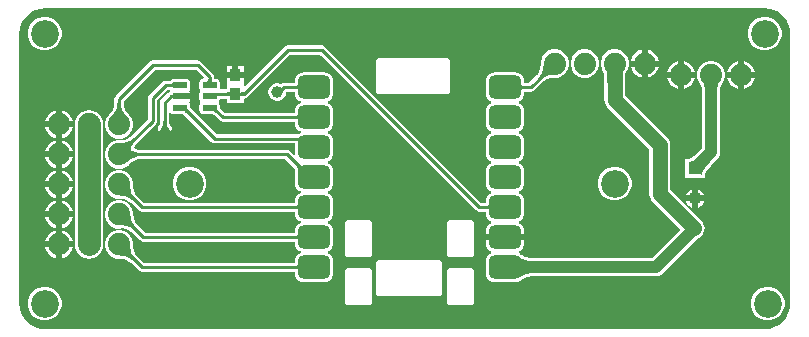
<source format=gbl>
G04*
G04 #@! TF.GenerationSoftware,Altium Limited,Altium Designer,21.6.4 (81)*
G04*
G04 Layer_Physical_Order=2*
G04 Layer_Color=16711680*
%FSLAX25Y25*%
%MOIN*%
G70*
G04*
G04 #@! TF.SameCoordinates,E723B31F-DAC3-422C-9DD4-3D6A13DCE0CD*
G04*
G04*
G04 #@! TF.FilePolarity,Positive*
G04*
G01*
G75*
%ADD15C,0.01000*%
%ADD21C,0.07500*%
%ADD22C,0.09252*%
%ADD23C,0.04370*%
%ADD24R,0.04370X0.04370*%
%ADD25C,0.07400*%
%ADD26C,0.03937*%
G04:AMPARAMS|DCode=27|XSize=47.64mil|YSize=22.84mil|CornerRadius=2.85mil|HoleSize=0mil|Usage=FLASHONLY|Rotation=0.000|XOffset=0mil|YOffset=0mil|HoleType=Round|Shape=RoundedRectangle|*
%AMROUNDEDRECTD27*
21,1,0.04764,0.01713,0,0,0.0*
21,1,0.04193,0.02284,0,0,0.0*
1,1,0.00571,0.02097,-0.00856*
1,1,0.00571,-0.02097,-0.00856*
1,1,0.00571,-0.02097,0.00856*
1,1,0.00571,0.02097,0.00856*
%
%ADD27ROUNDEDRECTD27*%
G04:AMPARAMS|DCode=28|XSize=108.27mil|YSize=78.74mil|CornerRadius=19.68mil|HoleSize=0mil|Usage=FLASHONLY|Rotation=0.000|XOffset=0mil|YOffset=0mil|HoleType=Round|Shape=RoundedRectangle|*
%AMROUNDEDRECTD28*
21,1,0.10827,0.03937,0,0,0.0*
21,1,0.06890,0.07874,0,0,0.0*
1,1,0.03937,0.03445,-0.01968*
1,1,0.03937,-0.03445,-0.01968*
1,1,0.03937,-0.03445,0.01968*
1,1,0.03937,0.03445,0.01968*
%
%ADD28ROUNDEDRECTD28*%
%ADD29R,0.03740X0.03937*%
%ADD30C,0.04000*%
%ADD31C,0.05000*%
G36*
X241656Y98328D02*
X243249Y97845D01*
X244717Y97060D01*
X246004Y96004D01*
X247060Y94717D01*
X247845Y93249D01*
X248328Y91657D01*
X248484Y90068D01*
X248471Y90000D01*
Y0D01*
X248484Y-68D01*
X248328Y-1657D01*
X247845Y-3249D01*
X247060Y-4717D01*
X246004Y-6004D01*
X244717Y-7060D01*
X243249Y-7845D01*
X241656Y-8328D01*
X240068Y-8484D01*
X240000Y-8471D01*
X0D01*
X-68Y-8484D01*
X-1657Y-8328D01*
X-3249Y-7845D01*
X-4717Y-7060D01*
X-6004Y-6004D01*
X-7060Y-4717D01*
X-7845Y-3249D01*
X-8328Y-1657D01*
X-8484Y-68D01*
X-8471Y0D01*
Y90000D01*
X-8484Y90068D01*
X-8328Y91657D01*
X-7845Y93249D01*
X-7060Y94717D01*
X-6004Y96004D01*
X-4717Y97060D01*
X-3249Y97845D01*
X-1657Y98328D01*
X-68Y98484D01*
X0Y98471D01*
X240000D01*
X240068Y98484D01*
X241656Y98328D01*
D02*
G37*
%LPC*%
G36*
X240741Y95626D02*
X239259D01*
X237828Y95243D01*
X236546Y94502D01*
X235498Y93454D01*
X234757Y92172D01*
X234374Y90741D01*
Y89259D01*
X234757Y87828D01*
X235498Y86546D01*
X236546Y85498D01*
X237828Y84757D01*
X239259Y84374D01*
X240741D01*
X242172Y84757D01*
X243454Y85498D01*
X244502Y86546D01*
X245243Y87828D01*
X245626Y89259D01*
Y90741D01*
X245243Y92172D01*
X244502Y93454D01*
X243454Y94502D01*
X242172Y95243D01*
X240741Y95626D01*
D02*
G37*
G36*
X741D02*
X-741D01*
X-2172Y95243D01*
X-3454Y94502D01*
X-4502Y93454D01*
X-5243Y92172D01*
X-5626Y90741D01*
Y89259D01*
X-5243Y87828D01*
X-4502Y86546D01*
X-3454Y85498D01*
X-2172Y84757D01*
X-741Y84374D01*
X741D01*
X2172Y84757D01*
X3454Y85498D01*
X4502Y86546D01*
X5243Y87828D01*
X5626Y89259D01*
Y90741D01*
X5243Y92172D01*
X4502Y93454D01*
X3454Y94502D01*
X2172Y95243D01*
X741Y95626D01*
D02*
G37*
G36*
X201000Y84598D02*
Y81000D01*
X204598D01*
X204380Y81814D01*
X203761Y82886D01*
X202886Y83761D01*
X201814Y84380D01*
X201000Y84598D01*
D02*
G37*
G36*
X199000D02*
X198186Y84380D01*
X197114Y83761D01*
X196239Y82886D01*
X195620Y81814D01*
X195402Y81000D01*
X199000D01*
Y84598D01*
D02*
G37*
G36*
X233094Y80774D02*
Y77176D01*
X236691D01*
X236473Y77990D01*
X235855Y79062D01*
X234980Y79936D01*
X233908Y80555D01*
X233094Y80774D01*
D02*
G37*
G36*
X213094D02*
Y77176D01*
X216691D01*
X216473Y77990D01*
X215855Y79062D01*
X214980Y79936D01*
X213908Y80555D01*
X213094Y80774D01*
D02*
G37*
G36*
X231094D02*
X230279Y80555D01*
X229208Y79936D01*
X228333Y79062D01*
X227714Y77990D01*
X227496Y77176D01*
X231094D01*
Y80774D01*
D02*
G37*
G36*
X211094D02*
X210279Y80555D01*
X209208Y79936D01*
X208333Y79062D01*
X207714Y77990D01*
X207496Y77176D01*
X211094D01*
Y80774D01*
D02*
G37*
G36*
X66370Y79118D02*
X64500D01*
Y77150D01*
X66370D01*
Y79118D01*
D02*
G37*
G36*
X62500D02*
X60630D01*
Y77150D01*
X62500D01*
Y79118D01*
D02*
G37*
G36*
X204598Y79000D02*
X201000D01*
Y75402D01*
X201814Y75620D01*
X202886Y76239D01*
X203761Y77114D01*
X204380Y78186D01*
X204598Y79000D01*
D02*
G37*
G36*
X199000D02*
X195402D01*
X195620Y78186D01*
X196239Y77114D01*
X197114Y76239D01*
X198186Y75620D01*
X199000Y75402D01*
Y79000D01*
D02*
G37*
G36*
X180619Y84700D02*
X179381D01*
X178186Y84380D01*
X177114Y83761D01*
X176239Y82886D01*
X175620Y81814D01*
X175300Y80619D01*
Y79381D01*
X175620Y78186D01*
X176239Y77114D01*
X177114Y76239D01*
X178186Y75620D01*
X179381Y75300D01*
X180619D01*
X181814Y75620D01*
X182886Y76239D01*
X183761Y77114D01*
X184380Y78186D01*
X184700Y79381D01*
Y80619D01*
X184380Y81814D01*
X183761Y82886D01*
X182886Y83761D01*
X181814Y84380D01*
X180619Y84700D01*
D02*
G37*
G36*
X236691Y75176D02*
X233094D01*
Y71578D01*
X233908Y71796D01*
X234980Y72415D01*
X235855Y73290D01*
X236473Y74361D01*
X236691Y75176D01*
D02*
G37*
G36*
X216691D02*
X213094D01*
Y71578D01*
X213908Y71796D01*
X214980Y72415D01*
X215855Y73290D01*
X216473Y74361D01*
X216691Y75176D01*
D02*
G37*
G36*
X231094D02*
X227496D01*
X227714Y74361D01*
X228333Y73290D01*
X229208Y72415D01*
X230279Y71796D01*
X231094Y71578D01*
Y75176D01*
D02*
G37*
G36*
X211094D02*
X207496D01*
X207714Y74361D01*
X208333Y73290D01*
X209208Y72415D01*
X210279Y71796D01*
X211094Y71578D01*
Y75176D01*
D02*
G37*
G36*
X134019Y81954D02*
X111519D01*
X111128Y81876D01*
X110798Y81655D01*
X110577Y81324D01*
X110499Y80934D01*
Y70934D01*
X110577Y70544D01*
X110798Y70213D01*
X111128Y69992D01*
X111519Y69915D01*
X134019D01*
X134409Y69992D01*
X134740Y70213D01*
X134961Y70544D01*
X135038Y70934D01*
Y80934D01*
X134961Y81324D01*
X134740Y81655D01*
X134409Y81876D01*
X134019Y81954D01*
D02*
G37*
G36*
X5757Y64289D02*
Y60691D01*
X9355D01*
X9137Y61505D01*
X8518Y62577D01*
X7643Y63452D01*
X6571Y64070D01*
X5757Y64289D01*
D02*
G37*
G36*
X3757D02*
X2943Y64070D01*
X1871Y63452D01*
X996Y62577D01*
X377Y61505D01*
X159Y60691D01*
X3757D01*
Y64289D01*
D02*
G37*
G36*
X9355Y58691D02*
X5757D01*
Y55093D01*
X6571Y55311D01*
X7643Y55930D01*
X8518Y56805D01*
X9137Y57876D01*
X9355Y58691D01*
D02*
G37*
G36*
X3757D02*
X159D01*
X377Y57876D01*
X996Y56805D01*
X1871Y55930D01*
X2943Y55311D01*
X3757Y55093D01*
Y58691D01*
D02*
G37*
G36*
X5757Y54289D02*
Y50691D01*
X9355D01*
X9137Y51505D01*
X8518Y52577D01*
X7643Y53452D01*
X6571Y54070D01*
X5757Y54289D01*
D02*
G37*
G36*
X3757D02*
X2943Y54070D01*
X1871Y53452D01*
X996Y52577D01*
X377Y51505D01*
X159Y50691D01*
X3757D01*
Y54289D01*
D02*
G37*
G36*
X9355Y48691D02*
X5757D01*
Y45093D01*
X6571Y45311D01*
X7643Y45930D01*
X8518Y46805D01*
X9137Y47877D01*
X9355Y48691D01*
D02*
G37*
G36*
X3757D02*
X159D01*
X377Y47877D01*
X996Y46805D01*
X1871Y45930D01*
X2943Y45311D01*
X3757Y45093D01*
Y48691D01*
D02*
G37*
G36*
X222712Y80876D02*
X221475D01*
X220280Y80555D01*
X219208Y79936D01*
X218333Y79062D01*
X217714Y77990D01*
X217394Y76794D01*
Y75557D01*
X217714Y74361D01*
X218333Y73290D01*
X218680Y72942D01*
X218695Y72912D01*
X218744Y72848D01*
X218770Y72796D01*
X218823Y72637D01*
X218881Y72387D01*
X218932Y72083D01*
X219068Y70024D01*
Y51621D01*
X217886Y50439D01*
X217681Y50240D01*
X216697Y49372D01*
X216270Y49041D01*
X215871Y48763D01*
X215512Y48547D01*
X215197Y48389D01*
X214934Y48288D01*
X214728Y48237D01*
X214490Y48216D01*
X214478Y48213D01*
X213568D01*
Y47239D01*
X213561Y47201D01*
X213568Y47162D01*
Y47143D01*
X213565Y47110D01*
X213568Y47098D01*
Y41842D01*
X218824D01*
X218836Y41839D01*
X218869Y41842D01*
X218888D01*
X218927Y41835D01*
X218965Y41842D01*
X219938D01*
Y42752D01*
X219942Y42764D01*
X219963Y43002D01*
X220014Y43208D01*
X220115Y43471D01*
X220273Y43786D01*
X220490Y44145D01*
X220754Y44525D01*
X221973Y45962D01*
X222165Y46160D01*
X224233Y48228D01*
X224714Y48855D01*
X225016Y49584D01*
X225119Y50368D01*
X225119Y50368D01*
Y70041D01*
X225164Y71177D01*
X225252Y72067D01*
X225306Y72387D01*
X225365Y72637D01*
X225417Y72796D01*
X225443Y72848D01*
X225492Y72912D01*
X225507Y72942D01*
X225855Y73290D01*
X226473Y74361D01*
X226794Y75557D01*
Y76794D01*
X226473Y77990D01*
X225855Y79062D01*
X224979Y79936D01*
X223908Y80555D01*
X222712Y80876D01*
D02*
G37*
G36*
X5757Y44289D02*
Y40691D01*
X9355D01*
X9137Y41505D01*
X8518Y42577D01*
X7643Y43452D01*
X6571Y44070D01*
X5757Y44289D01*
D02*
G37*
G36*
X3757D02*
X2943Y44070D01*
X1871Y43452D01*
X996Y42577D01*
X377Y41505D01*
X159Y40691D01*
X3757D01*
Y44289D01*
D02*
G37*
G36*
X217754Y38057D02*
Y36027D01*
X219783D01*
X219722Y36257D01*
X219302Y36983D01*
X218709Y37576D01*
X217983Y37995D01*
X217754Y38057D01*
D02*
G37*
G36*
X215754D02*
X215524Y37995D01*
X214798Y37576D01*
X214205Y36983D01*
X213786Y36257D01*
X213724Y36027D01*
X215754D01*
Y38057D01*
D02*
G37*
G36*
X9355Y38691D02*
X5757D01*
Y35093D01*
X6571Y35311D01*
X7643Y35930D01*
X8518Y36805D01*
X9137Y37876D01*
X9355Y38691D01*
D02*
G37*
G36*
X3757D02*
X159D01*
X377Y37876D01*
X996Y36805D01*
X1871Y35930D01*
X2943Y35311D01*
X3757Y35093D01*
Y38691D01*
D02*
G37*
G36*
X190741Y45626D02*
X189259D01*
X187828Y45243D01*
X186546Y44502D01*
X185498Y43454D01*
X184757Y42172D01*
X184374Y40741D01*
Y39259D01*
X184757Y37828D01*
X185498Y36546D01*
X186546Y35498D01*
X187828Y34757D01*
X189259Y34374D01*
X190741D01*
X192172Y34757D01*
X193454Y35498D01*
X194502Y36546D01*
X195243Y37828D01*
X195626Y39259D01*
Y40741D01*
X195243Y42172D01*
X194502Y43454D01*
X193454Y44502D01*
X192172Y45243D01*
X190741Y45626D01*
D02*
G37*
G36*
X49008D02*
X47527D01*
X46096Y45243D01*
X44813Y44502D01*
X43766Y43454D01*
X43025Y42172D01*
X42642Y40741D01*
Y39259D01*
X43025Y37828D01*
X43766Y36546D01*
X44813Y35498D01*
X46096Y34757D01*
X47527Y34374D01*
X49008D01*
X50439Y34757D01*
X51722Y35498D01*
X52770Y36546D01*
X53510Y37828D01*
X53894Y39259D01*
Y40741D01*
X53510Y42172D01*
X52770Y43454D01*
X51722Y44502D01*
X50439Y45243D01*
X49008Y45626D01*
D02*
G37*
G36*
X219783Y34027D02*
X217754D01*
Y31998D01*
X217983Y32059D01*
X218709Y32479D01*
X219302Y33072D01*
X219722Y33798D01*
X219783Y34027D01*
D02*
G37*
G36*
X215754D02*
X213724D01*
X213786Y33798D01*
X214205Y33072D01*
X214798Y32479D01*
X215524Y32059D01*
X215754Y31998D01*
Y34027D01*
D02*
G37*
G36*
X5757Y34288D02*
Y30691D01*
X9355D01*
X9137Y31505D01*
X8518Y32577D01*
X7643Y33452D01*
X6571Y34070D01*
X5757Y34288D01*
D02*
G37*
G36*
X3757D02*
X2943Y34070D01*
X1871Y33452D01*
X996Y32577D01*
X377Y31505D01*
X159Y30691D01*
X3757D01*
Y34288D01*
D02*
G37*
G36*
X9355Y28691D02*
X5757D01*
Y25093D01*
X6571Y25311D01*
X7643Y25930D01*
X8518Y26805D01*
X9137Y27876D01*
X9355Y28691D01*
D02*
G37*
G36*
X3757D02*
X159D01*
X377Y27876D01*
X996Y26805D01*
X1871Y25930D01*
X2943Y25311D01*
X3757Y25093D01*
Y28691D01*
D02*
G37*
G36*
X92500Y86029D02*
X81000D01*
X80415Y85913D01*
X79919Y85581D01*
X66832Y72495D01*
X66370Y72686D01*
X66370Y72819D01*
Y73181D01*
X66370Y73319D01*
Y75150D01*
X60630D01*
Y73319D01*
X60630Y73181D01*
Y72819D01*
X60630Y72681D01*
Y71380D01*
X58732D01*
X58321Y71880D01*
X58333Y71938D01*
Y73651D01*
X58233Y74152D01*
X57949Y74578D01*
X57524Y74862D01*
X57022Y74962D01*
X56455D01*
Y75574D01*
X56339Y76160D01*
X56007Y76656D01*
X52081Y80581D01*
X51585Y80913D01*
X51000Y81029D01*
X36000D01*
X35415Y80913D01*
X34919Y80581D01*
X23676Y69339D01*
X23344Y68842D01*
X23228Y68257D01*
Y66829D01*
X23219Y66610D01*
X23167Y66177D01*
X23079Y65758D01*
X22958Y65350D01*
X22801Y64951D01*
X22609Y64560D01*
X22379Y64177D01*
X22110Y63799D01*
X21802Y63427D01*
X21430Y63037D01*
X21383Y62963D01*
X20996Y62577D01*
X20377Y61505D01*
X20057Y60309D01*
Y59072D01*
X20377Y57876D01*
X20996Y56805D01*
X21871Y55930D01*
X22943Y55311D01*
X24138Y54991D01*
X25376D01*
X26571Y55311D01*
X27643Y55930D01*
X28518Y56805D01*
X29137Y57876D01*
X29457Y59072D01*
Y60309D01*
X29137Y61505D01*
X28518Y62577D01*
X28132Y62963D01*
X28085Y63037D01*
X27712Y63427D01*
X27404Y63799D01*
X27135Y64177D01*
X26906Y64560D01*
X26713Y64951D01*
X26556Y65350D01*
X26435Y65758D01*
X26348Y66177D01*
X26295Y66610D01*
X26287Y66829D01*
Y67624D01*
X36634Y77971D01*
X50366D01*
X52923Y75414D01*
X52695Y74935D01*
X52328Y74862D01*
X51903Y74578D01*
X51618Y74152D01*
X51519Y73651D01*
Y71938D01*
X51618Y71437D01*
X51705Y71307D01*
X51866Y70925D01*
X51705Y70542D01*
X51618Y70412D01*
X51519Y69911D01*
Y68198D01*
X51618Y67697D01*
X51705Y67567D01*
X51866Y67184D01*
X51705Y66802D01*
X51618Y66672D01*
X51519Y66171D01*
Y64458D01*
X51618Y63956D01*
X51903Y63531D01*
X52328Y63247D01*
X52829Y63147D01*
X56137D01*
X56357Y62960D01*
X58304Y61014D01*
X58800Y60682D01*
X59385Y60566D01*
X83367D01*
Y60127D01*
X83469Y59352D01*
X83768Y58630D01*
X84244Y58009D01*
X84864Y57534D01*
X85269Y57366D01*
Y56824D01*
X84864Y56656D01*
X84684Y56519D01*
X84629Y56529D01*
X57232D01*
X48676Y65085D01*
X48528Y65245D01*
X48451Y65340D01*
Y66171D01*
X48351Y66672D01*
X48264Y66802D01*
X48104Y67184D01*
X48264Y67567D01*
X48351Y67697D01*
X48422Y68054D01*
X45044D01*
Y70054D01*
X48422D01*
X48351Y70412D01*
X48264Y70542D01*
X48104Y70925D01*
X48264Y71307D01*
X48351Y71437D01*
X48451Y71938D01*
Y73651D01*
X48351Y74152D01*
X48067Y74578D01*
X47642Y74862D01*
X47140Y74962D01*
X42947D01*
X42446Y74862D01*
X42021Y74578D01*
X41851Y74324D01*
X40295D01*
X39709Y74208D01*
X39213Y73876D01*
X34919Y69581D01*
X34587Y69085D01*
X34471Y68500D01*
Y61567D01*
X28723Y55819D01*
X28562Y55671D01*
X28219Y55402D01*
X27861Y55167D01*
X27486Y54964D01*
X27094Y54793D01*
X26681Y54653D01*
X26248Y54545D01*
X25791Y54467D01*
X25310Y54422D01*
X24770Y54410D01*
X24685Y54391D01*
X24138D01*
X22943Y54070D01*
X21871Y53452D01*
X20996Y52577D01*
X20377Y51505D01*
X20057Y50309D01*
Y49072D01*
X20377Y47877D01*
X20996Y46805D01*
X21871Y45930D01*
X22943Y45311D01*
X24138Y44991D01*
X25376D01*
X26571Y45311D01*
X27643Y45930D01*
X28029Y46316D01*
X28104Y46363D01*
X28494Y46736D01*
X28866Y47044D01*
X29243Y47312D01*
X29627Y47542D01*
X30017Y47735D01*
X30416Y47892D01*
X30824Y48013D01*
X31244Y48100D01*
X31676Y48153D01*
X31895Y48161D01*
X80100D01*
X83410Y44852D01*
X83456Y44798D01*
X83462Y44790D01*
X83367Y44064D01*
Y40127D01*
X83469Y39352D01*
X83768Y38629D01*
X84244Y38009D01*
X84864Y37534D01*
X85269Y37366D01*
Y36825D01*
X84864Y36656D01*
X84244Y36181D01*
X83768Y35561D01*
X83469Y34839D01*
X83367Y34064D01*
Y33625D01*
X32986D01*
X30886Y35725D01*
X30737Y35886D01*
X30468Y36229D01*
X30233Y36587D01*
X30031Y36961D01*
X29860Y37354D01*
X29720Y37766D01*
X29611Y38200D01*
X29534Y38657D01*
X29489Y39138D01*
X29476Y39677D01*
X29457Y39763D01*
Y40309D01*
X29137Y41505D01*
X28518Y42577D01*
X27643Y43452D01*
X26571Y44070D01*
X25376Y44391D01*
X24138D01*
X22943Y44070D01*
X21871Y43452D01*
X20996Y42577D01*
X20377Y41505D01*
X20057Y40309D01*
Y39072D01*
X20377Y37876D01*
X20996Y36805D01*
X21871Y35930D01*
X22943Y35311D01*
X24138Y34991D01*
X24685D01*
X24770Y34972D01*
X25310Y34959D01*
X25791Y34914D01*
X26248Y34837D01*
X26681Y34728D01*
X27094Y34588D01*
X27486Y34417D01*
X27861Y34214D01*
X28219Y33979D01*
X28562Y33711D01*
X28723Y33562D01*
X31271Y31014D01*
X31767Y30682D01*
X32353Y30566D01*
X83367D01*
Y30127D01*
X83469Y29352D01*
X83768Y28629D01*
X84244Y28009D01*
X84864Y27534D01*
X85269Y27366D01*
Y26825D01*
X84864Y26656D01*
X84244Y26181D01*
X83768Y25561D01*
X83469Y24838D01*
X83367Y24064D01*
Y23624D01*
X33538D01*
X31104Y26058D01*
X30971Y26202D01*
X30704Y26540D01*
X30462Y26900D01*
X30244Y27284D01*
X30050Y27692D01*
X29881Y28127D01*
X29736Y28589D01*
X29616Y29078D01*
X29523Y29596D01*
X29457Y30128D01*
Y30309D01*
X29137Y31505D01*
X28518Y32577D01*
X27643Y33452D01*
X26571Y34070D01*
X25376Y34391D01*
X24138D01*
X22943Y34070D01*
X21871Y33452D01*
X20996Y32577D01*
X20377Y31505D01*
X20057Y30309D01*
Y29072D01*
X20377Y27876D01*
X20996Y26805D01*
X21871Y25930D01*
X22943Y25311D01*
X24138Y24991D01*
X25376D01*
X25464Y25014D01*
X25765Y25037D01*
X26207Y25034D01*
X26629Y24993D01*
X27031Y24916D01*
X27418Y24803D01*
X27791Y24654D01*
X28154Y24466D01*
X28507Y24240D01*
X28852Y23971D01*
X29026Y23811D01*
X31824Y21014D01*
X32320Y20682D01*
X32905Y20566D01*
X83367D01*
Y20127D01*
X83469Y19352D01*
X83768Y18630D01*
X84244Y18009D01*
X84864Y17534D01*
X85269Y17366D01*
Y16825D01*
X84864Y16657D01*
X84244Y16181D01*
X83768Y15561D01*
X83469Y14839D01*
X83367Y14064D01*
Y13624D01*
X32986D01*
X30886Y15725D01*
X30737Y15886D01*
X30468Y16229D01*
X30233Y16587D01*
X30031Y16961D01*
X29860Y17354D01*
X29720Y17766D01*
X29611Y18200D01*
X29534Y18657D01*
X29489Y19138D01*
X29476Y19677D01*
X29457Y19763D01*
Y20310D01*
X29137Y21505D01*
X28518Y22577D01*
X27643Y23452D01*
X26571Y24070D01*
X25376Y24391D01*
X24138D01*
X22943Y24070D01*
X21871Y23452D01*
X20996Y22577D01*
X20377Y21505D01*
X20057Y20310D01*
Y19072D01*
X20377Y17877D01*
X20996Y16805D01*
X21871Y15930D01*
X22943Y15311D01*
X24138Y14991D01*
X24685D01*
X24770Y14972D01*
X25310Y14959D01*
X25791Y14914D01*
X26248Y14837D01*
X26681Y14728D01*
X27094Y14588D01*
X27486Y14417D01*
X27861Y14214D01*
X28219Y13979D01*
X28562Y13711D01*
X28723Y13562D01*
X31271Y11014D01*
X31767Y10682D01*
X32353Y10566D01*
X83367D01*
Y10127D01*
X83469Y9352D01*
X83768Y8630D01*
X84244Y8009D01*
X84864Y7534D01*
X85586Y7235D01*
X86361Y7132D01*
X93251D01*
X94026Y7235D01*
X94748Y7534D01*
X95368Y8009D01*
X95844Y8630D01*
X96143Y9352D01*
X96245Y10127D01*
Y14064D01*
X96143Y14839D01*
X95844Y15561D01*
X95368Y16181D01*
X94748Y16657D01*
X94342Y16825D01*
Y17366D01*
X94748Y17534D01*
X95368Y18009D01*
X95844Y18630D01*
X96143Y19352D01*
X96245Y20127D01*
Y24064D01*
X96143Y24838D01*
X95844Y25561D01*
X95368Y26181D01*
X94748Y26656D01*
X94342Y26825D01*
Y27366D01*
X94748Y27534D01*
X95368Y28009D01*
X95844Y28629D01*
X96143Y29352D01*
X96245Y30127D01*
Y34064D01*
X96143Y34839D01*
X95844Y35561D01*
X95368Y36181D01*
X94748Y36656D01*
X94342Y36825D01*
Y37366D01*
X94748Y37534D01*
X95368Y38009D01*
X95844Y38629D01*
X96143Y39352D01*
X96245Y40127D01*
Y44064D01*
X96143Y44839D01*
X95844Y45561D01*
X95368Y46181D01*
X94748Y46657D01*
X94342Y46824D01*
Y47366D01*
X94748Y47534D01*
X95368Y48009D01*
X95844Y48630D01*
X96143Y49352D01*
X96245Y50127D01*
Y54064D01*
X96143Y54839D01*
X95844Y55561D01*
X95368Y56181D01*
X94748Y56656D01*
X94342Y56824D01*
Y57366D01*
X94748Y57534D01*
X95368Y58009D01*
X95844Y58630D01*
X96143Y59352D01*
X96245Y60127D01*
Y64064D01*
X96143Y64838D01*
X95844Y65561D01*
X95368Y66181D01*
X94748Y66657D01*
X94342Y66825D01*
Y67366D01*
X94748Y67534D01*
X95368Y68009D01*
X95844Y68629D01*
X96143Y69352D01*
X96245Y70127D01*
Y74064D01*
X96143Y74839D01*
X95844Y75561D01*
X95368Y76181D01*
X94748Y76657D01*
X94026Y76956D01*
X93251Y77058D01*
X86361D01*
X85586Y76956D01*
X84864Y76657D01*
X84244Y76181D01*
X83768Y75561D01*
X83469Y74839D01*
X83367Y74064D01*
Y73624D01*
X79890D01*
X79304Y73508D01*
X78808Y73176D01*
X78806Y73174D01*
X78646Y73266D01*
X77891Y73469D01*
X77109D01*
X76354Y73266D01*
X75677Y72875D01*
X75125Y72323D01*
X74734Y71646D01*
X74532Y70891D01*
Y70109D01*
X74734Y69354D01*
X75125Y68677D01*
X75677Y68125D01*
X76354Y67734D01*
X77109Y67532D01*
X77891D01*
X78646Y67734D01*
X79323Y68125D01*
X79875Y68677D01*
X80266Y69354D01*
X80468Y70109D01*
Y70475D01*
X80549Y70566D01*
X83367D01*
Y70127D01*
X83469Y69352D01*
X83768Y68629D01*
X84244Y68009D01*
X84864Y67534D01*
X85269Y67366D01*
Y66825D01*
X84864Y66657D01*
X84244Y66181D01*
X83768Y65561D01*
X83469Y64838D01*
X83367Y64064D01*
Y63625D01*
X60018D01*
X58558Y65085D01*
X58410Y65245D01*
X58333Y65340D01*
Y66171D01*
X58233Y66672D01*
X58146Y66802D01*
X57986Y67184D01*
X58146Y67567D01*
X58233Y67697D01*
X58333Y68198D01*
Y68321D01*
X60630D01*
Y66882D01*
X66370D01*
Y68325D01*
X66936Y68437D01*
X67432Y68769D01*
X81634Y82971D01*
X91866D01*
X143824Y31014D01*
X144320Y30682D01*
X144905Y30566D01*
X147009D01*
Y30127D01*
X147111Y29352D01*
X147410Y28629D01*
X147886Y28009D01*
X148506Y27534D01*
X148911Y27366D01*
Y26825D01*
X148506Y26656D01*
X147886Y26181D01*
X147410Y25561D01*
X147111Y24838D01*
X147009Y24064D01*
Y23095D01*
X159887D01*
Y24064D01*
X159785Y24838D01*
X159486Y25561D01*
X159010Y26181D01*
X158390Y26656D01*
X157984Y26825D01*
Y27366D01*
X158390Y27534D01*
X159010Y28009D01*
X159486Y28629D01*
X159785Y29352D01*
X159887Y30127D01*
Y34064D01*
X159785Y34839D01*
X159486Y35561D01*
X159010Y36181D01*
X158390Y36656D01*
X157984Y36825D01*
Y37366D01*
X158390Y37534D01*
X159010Y38009D01*
X159486Y38629D01*
X159785Y39352D01*
X159887Y40127D01*
Y44064D01*
X159785Y44839D01*
X159486Y45561D01*
X159010Y46181D01*
X158390Y46657D01*
X157984Y46824D01*
Y47366D01*
X158390Y47534D01*
X159010Y48009D01*
X159486Y48630D01*
X159785Y49352D01*
X159887Y50127D01*
Y54064D01*
X159785Y54839D01*
X159486Y55561D01*
X159010Y56181D01*
X158390Y56656D01*
X157984Y56824D01*
Y57366D01*
X158390Y57534D01*
X159010Y58009D01*
X159486Y58630D01*
X159785Y59352D01*
X159887Y60127D01*
Y64064D01*
X159785Y64838D01*
X159486Y65561D01*
X159010Y66181D01*
X158390Y66657D01*
X157984Y66825D01*
Y67366D01*
X158390Y67534D01*
X159010Y68009D01*
X159486Y68629D01*
X159785Y69352D01*
X159887Y70127D01*
Y70566D01*
X162095D01*
X162680Y70682D01*
X163177Y71014D01*
X166034Y73871D01*
X166195Y74020D01*
X166538Y74289D01*
X166896Y74524D01*
X167271Y74726D01*
X167663Y74897D01*
X168076Y75037D01*
X168510Y75146D01*
X168966Y75223D01*
X169447Y75268D01*
X169987Y75281D01*
X170072Y75300D01*
X170619D01*
X171814Y75620D01*
X172886Y76239D01*
X173761Y77114D01*
X174380Y78186D01*
X174700Y79381D01*
Y80619D01*
X174380Y81814D01*
X173761Y82886D01*
X172886Y83761D01*
X171814Y84380D01*
X170619Y84700D01*
X169381D01*
X168186Y84380D01*
X167114Y83761D01*
X166239Y82886D01*
X165620Y81814D01*
X165300Y80619D01*
Y80072D01*
X165281Y79987D01*
X165268Y79447D01*
X165223Y78966D01*
X165146Y78510D01*
X165037Y78076D01*
X164898Y77663D01*
X164726Y77271D01*
X164524Y76896D01*
X164289Y76538D01*
X164020Y76195D01*
X163871Y76034D01*
X161462Y73624D01*
X159887D01*
Y74064D01*
X159785Y74839D01*
X159486Y75561D01*
X159010Y76181D01*
X158390Y76657D01*
X157668Y76956D01*
X156893Y77058D01*
X150003D01*
X149228Y76956D01*
X148506Y76657D01*
X147886Y76181D01*
X147410Y75561D01*
X147111Y74839D01*
X147009Y74064D01*
Y70127D01*
X147111Y69352D01*
X147410Y68629D01*
X147886Y68009D01*
X148506Y67534D01*
X148911Y67366D01*
Y66825D01*
X148506Y66657D01*
X147886Y66181D01*
X147410Y65561D01*
X147111Y64838D01*
X147009Y64064D01*
Y60127D01*
X147111Y59352D01*
X147410Y58630D01*
X147886Y58009D01*
X148506Y57534D01*
X148911Y57366D01*
Y56824D01*
X148506Y56656D01*
X147886Y56181D01*
X147410Y55561D01*
X147111Y54839D01*
X147009Y54064D01*
Y50127D01*
X147111Y49352D01*
X147410Y48630D01*
X147886Y48009D01*
X148506Y47534D01*
X148911Y47366D01*
Y46824D01*
X148506Y46657D01*
X147886Y46181D01*
X147410Y45561D01*
X147111Y44839D01*
X147009Y44064D01*
Y40127D01*
X147111Y39352D01*
X147410Y38629D01*
X147886Y38009D01*
X148506Y37534D01*
X148911Y37366D01*
Y36825D01*
X148506Y36656D01*
X147886Y36181D01*
X147410Y35561D01*
X147111Y34839D01*
X147009Y34064D01*
Y33625D01*
X145538D01*
X93581Y85581D01*
X93085Y85913D01*
X92500Y86029D01*
D02*
G37*
G36*
X5757Y24288D02*
Y20691D01*
X9355D01*
X9137Y21505D01*
X8518Y22577D01*
X7643Y23452D01*
X6571Y24070D01*
X5757Y24288D01*
D02*
G37*
G36*
X3757D02*
X2943Y24070D01*
X1871Y23452D01*
X996Y22577D01*
X377Y21505D01*
X159Y20691D01*
X3757D01*
Y24288D01*
D02*
G37*
G36*
X142019Y27954D02*
X135019D01*
X134628Y27876D01*
X134298Y27655D01*
X134077Y27324D01*
X133999Y26934D01*
Y16434D01*
X134077Y16044D01*
X134298Y15713D01*
X134628Y15492D01*
X135019Y15415D01*
X142019D01*
X142409Y15492D01*
X142740Y15713D01*
X142961Y16044D01*
X143038Y16434D01*
Y26934D01*
X142961Y27324D01*
X142740Y27655D01*
X142409Y27876D01*
X142019Y27954D01*
D02*
G37*
G36*
X108019D02*
X101019D01*
X100628Y27876D01*
X100298Y27655D01*
X100077Y27324D01*
X99999Y26934D01*
Y16434D01*
X100077Y16044D01*
X100298Y15713D01*
X100628Y15492D01*
X101019Y15415D01*
X108019D01*
X108409Y15492D01*
X108740Y15713D01*
X108961Y16044D01*
X109038Y16434D01*
Y26934D01*
X108961Y27324D01*
X108740Y27655D01*
X108409Y27876D01*
X108019Y27954D01*
D02*
G37*
G36*
X190619Y84700D02*
X189381D01*
X188186Y84380D01*
X187114Y83761D01*
X186239Y82886D01*
X185620Y81814D01*
X185300Y80619D01*
Y79381D01*
X185620Y78186D01*
X186239Y77114D01*
X186400Y76954D01*
X186470Y74007D01*
Y68000D01*
X186590Y67086D01*
X186943Y66235D01*
X187504Y65504D01*
X201470Y51538D01*
Y36500D01*
X201590Y35586D01*
X201943Y34735D01*
X202504Y34004D01*
X211977Y24530D01*
X202568Y15121D01*
X162670D01*
X162372Y15130D01*
X161895Y15174D01*
X161432Y15248D01*
X160982Y15350D01*
X160544Y15481D01*
X160116Y15642D01*
X159699Y15831D01*
X159291Y16051D01*
X158891Y16301D01*
X158475Y16600D01*
X158446Y16613D01*
X158390Y16657D01*
X158302Y16693D01*
X158270Y16714D01*
X158231Y16722D01*
X157984Y16825D01*
Y17366D01*
X158390Y17534D01*
X159010Y18009D01*
X159486Y18630D01*
X159785Y19352D01*
X159887Y20127D01*
Y21095D01*
X147009D01*
Y20127D01*
X147111Y19352D01*
X147410Y18630D01*
X147886Y18009D01*
X148506Y17534D01*
X148911Y17366D01*
Y16825D01*
X148506Y16657D01*
X147886Y16181D01*
X147410Y15561D01*
X147111Y14839D01*
X147009Y14064D01*
Y10127D01*
X147111Y9352D01*
X147410Y8630D01*
X147886Y8009D01*
X148506Y7534D01*
X149228Y7235D01*
X150003Y7132D01*
X156893D01*
X157668Y7235D01*
X158231Y7468D01*
X158270Y7476D01*
X158302Y7497D01*
X158390Y7534D01*
X158446Y7577D01*
X158475Y7590D01*
X158891Y7889D01*
X159291Y8139D01*
X159699Y8359D01*
X160116Y8549D01*
X160544Y8709D01*
X160982Y8840D01*
X161432Y8942D01*
X161895Y9016D01*
X162372Y9060D01*
X162670Y9069D01*
X203821D01*
X204604Y9172D01*
X205334Y9475D01*
X205961Y9955D01*
X217790Y21785D01*
X218238Y21970D01*
X218969Y22531D01*
X219530Y23262D01*
X219882Y24114D01*
X220003Y25027D01*
X219882Y25941D01*
X219530Y26792D01*
X218969Y27524D01*
X208530Y37962D01*
Y53000D01*
X208410Y53914D01*
X208057Y54765D01*
X207496Y55496D01*
X193530Y69462D01*
Y74386D01*
X193563Y76916D01*
X193761Y77114D01*
X194380Y78186D01*
X194700Y79381D01*
Y80619D01*
X194380Y81814D01*
X193761Y82886D01*
X192886Y83761D01*
X191814Y84380D01*
X190619Y84700D01*
D02*
G37*
G36*
X9355Y18691D02*
X5757D01*
Y15093D01*
X6571Y15311D01*
X7643Y15930D01*
X8518Y16805D01*
X9137Y17877D01*
X9355Y18691D01*
D02*
G37*
G36*
X3757D02*
X159D01*
X377Y17877D01*
X996Y16805D01*
X1871Y15930D01*
X2943Y15311D01*
X3757Y15093D01*
Y18691D01*
D02*
G37*
G36*
X14757Y64482D02*
X13517Y64318D01*
X12362Y63840D01*
X11369Y63078D01*
X10608Y62086D01*
X10129Y60931D01*
X9966Y59691D01*
Y49691D01*
Y39691D01*
Y29691D01*
Y19691D01*
X10129Y18451D01*
X10608Y17295D01*
X11369Y16303D01*
X12362Y15542D01*
X13517Y15063D01*
X14757Y14900D01*
X15997Y15063D01*
X17153Y15542D01*
X18145Y16303D01*
X18906Y17295D01*
X19385Y18451D01*
X19548Y19691D01*
Y29691D01*
Y39691D01*
Y49691D01*
Y59691D01*
X19385Y60931D01*
X18906Y62086D01*
X18145Y63078D01*
X17153Y63840D01*
X15997Y64318D01*
X14757Y64482D01*
D02*
G37*
G36*
X131519Y14454D02*
X111519D01*
X111128Y14376D01*
X110798Y14155D01*
X110577Y13824D01*
X110499Y13434D01*
Y3434D01*
X110577Y3044D01*
X110798Y2713D01*
X111128Y2492D01*
X111519Y2414D01*
X131519D01*
X131909Y2492D01*
X132240Y2713D01*
X132461Y3044D01*
X132538Y3434D01*
Y13434D01*
X132461Y13824D01*
X132240Y14155D01*
X131909Y14376D01*
X131519Y14454D01*
D02*
G37*
G36*
X142019Y11954D02*
X135019D01*
X134628Y11876D01*
X134298Y11655D01*
X134077Y11324D01*
X133999Y10934D01*
Y434D01*
X134077Y44D01*
X134298Y-287D01*
X134628Y-508D01*
X135019Y-586D01*
X142019D01*
X142409Y-508D01*
X142740Y-287D01*
X142961Y44D01*
X143038Y434D01*
Y10934D01*
X142961Y11324D01*
X142740Y11655D01*
X142409Y11876D01*
X142019Y11954D01*
D02*
G37*
G36*
X108019D02*
X101019D01*
X100628Y11876D01*
X100298Y11655D01*
X100077Y11324D01*
X99999Y10934D01*
Y434D01*
X100077Y44D01*
X100298Y-287D01*
X100628Y-508D01*
X101019Y-586D01*
X108019D01*
X108409Y-508D01*
X108740Y-287D01*
X108961Y44D01*
X109038Y434D01*
Y10934D01*
X108961Y11324D01*
X108740Y11655D01*
X108409Y11876D01*
X108019Y11954D01*
D02*
G37*
G36*
X241741Y5626D02*
X240259D01*
X238828Y5243D01*
X237546Y4502D01*
X236498Y3454D01*
X235757Y2172D01*
X235374Y741D01*
Y-741D01*
X235757Y-2172D01*
X236498Y-3454D01*
X237546Y-4502D01*
X238828Y-5243D01*
X240259Y-5626D01*
X241741D01*
X243172Y-5243D01*
X244454Y-4502D01*
X245502Y-3454D01*
X246243Y-2172D01*
X246626Y-741D01*
Y741D01*
X246243Y2172D01*
X245502Y3454D01*
X244454Y4502D01*
X243172Y5243D01*
X241741Y5626D01*
D02*
G37*
G36*
X741D02*
X-741D01*
X-2172Y5243D01*
X-3454Y4502D01*
X-4502Y3454D01*
X-5243Y2172D01*
X-5626Y741D01*
Y-741D01*
X-5243Y-2172D01*
X-4502Y-3454D01*
X-3454Y-4502D01*
X-2172Y-5243D01*
X-741Y-5626D01*
X741D01*
X2172Y-5243D01*
X3454Y-4502D01*
X4502Y-3454D01*
X5243Y-2172D01*
X5626Y-741D01*
Y741D01*
X5243Y2172D01*
X4502Y3454D01*
X3454Y4502D01*
X2172Y5243D01*
X741Y5626D01*
D02*
G37*
%LPD*%
G36*
X224571Y73387D02*
X224471Y73181D01*
X224383Y72915D01*
X224306Y72588D01*
X224241Y72202D01*
X224147Y71247D01*
X224099Y70051D01*
X224094Y69363D01*
X220094D01*
X220088Y70051D01*
X219946Y72202D01*
X219881Y72588D01*
X219805Y72915D01*
X219716Y73181D01*
X219616Y73387D01*
X219504Y73533D01*
X224684D01*
X224571Y73387D01*
D02*
G37*
G36*
X221755Y47201D02*
X221217Y46648D01*
X219945Y45147D01*
X219634Y44700D01*
X219379Y44278D01*
X219181Y43883D01*
X219040Y43514D01*
X218955Y43171D01*
X218927Y42854D01*
X214580Y47201D01*
X214897Y47229D01*
X215240Y47314D01*
X215609Y47455D01*
X216004Y47653D01*
X216426Y47908D01*
X216874Y48219D01*
X217347Y48586D01*
X218374Y49492D01*
X218927Y50029D01*
X221755Y47201D01*
D02*
G37*
G36*
X169963Y76300D02*
X169388Y76287D01*
X168834Y76235D01*
X168300Y76145D01*
X167787Y76016D01*
X167295Y75849D01*
X166824Y75644D01*
X166373Y75400D01*
X165943Y75118D01*
X165534Y74797D01*
X165145Y74438D01*
X164438Y75145D01*
X164797Y75534D01*
X165118Y75943D01*
X165400Y76373D01*
X165644Y76824D01*
X165849Y77295D01*
X166016Y77787D01*
X166145Y78300D01*
X166235Y78834D01*
X166287Y79388D01*
X166300Y79963D01*
X169963Y76300D01*
D02*
G37*
G36*
X55431Y74737D02*
X55446Y74565D01*
X55471Y74414D01*
X55506Y74282D01*
X55551Y74171D01*
X55606Y74080D01*
X55671Y74009D01*
X55746Y73958D01*
X55831Y73928D01*
X55926Y73918D01*
X53926D01*
X54021Y73928D01*
X54106Y73958D01*
X54181Y74009D01*
X54246Y74080D01*
X54301Y74171D01*
X54346Y74282D01*
X54381Y74414D01*
X54406Y74565D01*
X54421Y74737D01*
X54426Y74930D01*
X55426D01*
X55431Y74737D01*
D02*
G37*
G36*
X80243Y71741D02*
X80088Y71585D01*
X79470Y70884D01*
X79449Y70840D01*
X79444Y70811D01*
X78824Y71957D01*
X78852Y71943D01*
X78889Y71943D01*
X78936Y71957D01*
X78993Y71985D01*
X79060Y72027D01*
X79136Y72083D01*
X79317Y72238D01*
X79536Y72449D01*
X80243Y71741D01*
D02*
G37*
G36*
X42724Y71801D02*
X42714Y71895D01*
X42682Y71979D01*
X42630Y72053D01*
X42555Y72117D01*
X42461Y72171D01*
X42344Y72216D01*
X42207Y72250D01*
X42049Y72275D01*
X41869Y72290D01*
X41668Y72295D01*
Y73295D01*
X41869Y73299D01*
X42049Y73314D01*
X42207Y73339D01*
X42344Y73374D01*
X42461Y73418D01*
X42555Y73472D01*
X42630Y73536D01*
X42682Y73610D01*
X42714Y73694D01*
X42724Y73788D01*
Y71801D01*
D02*
G37*
G36*
X158864Y73000D02*
X158895Y72915D01*
X158945Y72840D01*
X159016Y72775D01*
X159107Y72720D01*
X159218Y72675D01*
X159350Y72640D01*
X159502Y72615D01*
X159674Y72600D01*
X159866Y72595D01*
Y71595D01*
X159674Y71590D01*
X159502Y71575D01*
X159350Y71550D01*
X159218Y71515D01*
X159107Y71470D01*
X159016Y71415D01*
X158945Y71350D01*
X158895Y71275D01*
X158864Y71190D01*
X158854Y71095D01*
Y73095D01*
X158864Y73000D01*
D02*
G37*
G36*
X84399Y71095D02*
X84389Y71190D01*
X84359Y71275D01*
X84308Y71350D01*
X84237Y71415D01*
X84146Y71470D01*
X84035Y71515D01*
X83903Y71550D01*
X83752Y71575D01*
X83580Y71590D01*
X83387Y71595D01*
Y72595D01*
X83580Y72600D01*
X83752Y72615D01*
X83903Y72640D01*
X84035Y72675D01*
X84146Y72720D01*
X84237Y72775D01*
X84308Y72840D01*
X84359Y72915D01*
X84389Y73000D01*
X84399Y73095D01*
Y71095D01*
D02*
G37*
G36*
X65356Y70749D02*
X65386Y70666D01*
X65437Y70592D01*
X65507Y70528D01*
X65597Y70473D01*
X65708Y70429D01*
X65838Y70395D01*
X65989Y70370D01*
X66160Y70355D01*
X66350Y70350D01*
Y69350D01*
X66160Y69345D01*
X65989Y69331D01*
X65838Y69306D01*
X65708Y69272D01*
X65597Y69227D01*
X65507Y69173D01*
X65437Y69109D01*
X65386Y69035D01*
X65356Y68952D01*
X65346Y68858D01*
Y70843D01*
X65356Y70749D01*
D02*
G37*
G36*
X61654Y68850D02*
X61644Y68945D01*
X61613Y69030D01*
X61563Y69105D01*
X61492Y69170D01*
X61401Y69225D01*
X61290Y69270D01*
X61158Y69305D01*
X61006Y69330D01*
X60834Y69345D01*
X60642Y69350D01*
Y70350D01*
X60834Y70355D01*
X61006Y70370D01*
X61158Y70395D01*
X61290Y70430D01*
X61401Y70475D01*
X61492Y70530D01*
X61563Y70595D01*
X61613Y70670D01*
X61644Y70755D01*
X61654Y70850D01*
Y68850D01*
D02*
G37*
G36*
X42680Y68440D02*
X42674Y68462D01*
X42656Y68481D01*
X42624Y68498D01*
X42580Y68513D01*
X42524Y68526D01*
X42455Y68536D01*
X42280Y68550D01*
X42054Y68554D01*
Y69554D01*
X42173Y69555D01*
X42524Y69583D01*
X42580Y69595D01*
X42624Y69610D01*
X42656Y69627D01*
X42674Y69647D01*
X42680Y69669D01*
Y68440D01*
D02*
G37*
G36*
X57234Y65517D02*
X57206Y65426D01*
X57208Y65320D01*
X57237Y65200D01*
X57295Y65066D01*
X57381Y64917D01*
X57495Y64754D01*
X57638Y64577D01*
X58008Y64179D01*
X57301Y63472D01*
X57095Y63671D01*
X56726Y63985D01*
X56563Y64099D01*
X56414Y64185D01*
X56280Y64243D01*
X56160Y64272D01*
X56055Y64274D01*
X55963Y64246D01*
X55887Y64191D01*
X57289Y65593D01*
X57234Y65517D01*
D02*
G37*
G36*
X47352D02*
X47325Y65426D01*
X47326Y65320D01*
X47355Y65200D01*
X47413Y65066D01*
X47499Y64917D01*
X47613Y64754D01*
X47756Y64577D01*
X48126Y64179D01*
X47419Y63472D01*
X47213Y63671D01*
X46844Y63985D01*
X46681Y64099D01*
X46532Y64185D01*
X46398Y64243D01*
X46278Y64272D01*
X46173Y64274D01*
X46082Y64246D01*
X46005Y64191D01*
X47407Y65593D01*
X47352Y65517D01*
D02*
G37*
G36*
X25278Y66528D02*
X25341Y66012D01*
X25445Y65508D01*
X25591Y65017D01*
X25780Y64538D01*
X26010Y64072D01*
X26281Y63619D01*
X26595Y63178D01*
X26950Y62749D01*
X27347Y62333D01*
X22167D01*
X22564Y62749D01*
X22919Y63178D01*
X23233Y63619D01*
X23505Y64072D01*
X23735Y64538D01*
X23923Y65017D01*
X24069Y65508D01*
X24173Y66012D01*
X24236Y66528D01*
X24257Y67057D01*
X25257D01*
X25278Y66528D01*
D02*
G37*
G36*
X84399Y61095D02*
X84389Y61190D01*
X84359Y61275D01*
X84308Y61350D01*
X84237Y61415D01*
X84146Y61470D01*
X84035Y61515D01*
X83903Y61550D01*
X83752Y61575D01*
X83580Y61590D01*
X83387Y61595D01*
Y62595D01*
X83580Y62600D01*
X83752Y62615D01*
X83903Y62640D01*
X84035Y62675D01*
X84146Y62720D01*
X84237Y62775D01*
X84308Y62840D01*
X84359Y62915D01*
X84389Y63000D01*
X84399Y63095D01*
Y61095D01*
D02*
G37*
G36*
X40509Y60559D02*
X40535Y60260D01*
X40579Y59976D01*
X40641Y59707D01*
X40720Y59453D01*
X40816Y59214D01*
X40930Y58989D01*
X41062Y58780D01*
X41211Y58585D01*
X41378Y58406D01*
X38622D01*
X38789Y58585D01*
X38938Y58780D01*
X39070Y58989D01*
X39184Y59214D01*
X39281Y59453D01*
X39360Y59707D01*
X39421Y59976D01*
X39465Y60260D01*
X39491Y60559D01*
X39500Y60873D01*
X40500D01*
X40509Y60559D01*
D02*
G37*
G36*
X41842Y70883D02*
X41682Y70510D01*
X41469Y70467D01*
X40973Y70136D01*
X38919Y68081D01*
X38587Y67585D01*
X38471Y67000D01*
Y60592D01*
X38452Y60383D01*
X38419Y60167D01*
X38374Y59972D01*
X38319Y59795D01*
X38255Y59636D01*
X38182Y59493D01*
X38100Y59363D01*
X38009Y59244D01*
X37875Y59100D01*
X37780Y58946D01*
X37680Y58796D01*
X37676Y58777D01*
X37666Y58761D01*
X37638Y58583D01*
X37602Y58406D01*
X37606Y58387D01*
X37603Y58368D01*
X37645Y58193D01*
X37680Y58016D01*
X37691Y58000D01*
X37695Y57981D01*
X37801Y57835D01*
X37901Y57685D01*
X37917Y57674D01*
X37928Y57659D01*
X38082Y57564D01*
X38232Y57464D01*
X38251Y57460D01*
X38267Y57450D01*
X38445Y57421D01*
X38471Y57416D01*
Y57000D01*
X38587Y56415D01*
X38919Y55919D01*
X39415Y55587D01*
X40000Y55471D01*
X40585Y55587D01*
X41081Y55919D01*
X41413Y56415D01*
X41529Y57000D01*
Y57416D01*
X41555Y57421D01*
X41733Y57450D01*
X41749Y57460D01*
X41768Y57464D01*
X41918Y57564D01*
X42072Y57659D01*
X42083Y57674D01*
X42099Y57685D01*
X42199Y57835D01*
X42305Y57981D01*
X42309Y58000D01*
X42320Y58016D01*
X42355Y58193D01*
X42397Y58368D01*
X42394Y58387D01*
X42397Y58406D01*
X42362Y58583D01*
X42334Y58761D01*
X42324Y58777D01*
X42320Y58796D01*
X42220Y58946D01*
X42125Y59100D01*
X41991Y59244D01*
X41900Y59363D01*
X41818Y59493D01*
X41745Y59636D01*
X41681Y59795D01*
X41626Y59972D01*
X41581Y60167D01*
X41548Y60383D01*
X41529Y60592D01*
Y63366D01*
X42021Y63531D01*
X42446Y63247D01*
X42947Y63147D01*
X46255D01*
X46475Y62960D01*
X55517Y53919D01*
X56013Y53587D01*
X56598Y53471D01*
X83367D01*
Y50127D01*
X83397Y49898D01*
X82923Y49664D01*
X81815Y50772D01*
X81319Y51104D01*
X80734Y51220D01*
X31895D01*
X31676Y51229D01*
X31244Y51281D01*
X30824Y51368D01*
X30416Y51490D01*
X30098Y51615D01*
X29894Y52106D01*
X30031Y52420D01*
X30233Y52794D01*
X30468Y53153D01*
X30737Y53496D01*
X30886Y53657D01*
X37082Y59852D01*
X37413Y60348D01*
X37529Y60934D01*
Y67866D01*
X40928Y71265D01*
X41594D01*
X41842Y70883D01*
D02*
G37*
G36*
X30319Y54546D02*
X29960Y54157D01*
X29640Y53748D01*
X29357Y53318D01*
X29113Y52867D01*
X28908Y52395D01*
X28741Y51903D01*
X28612Y51390D01*
X28594Y51280D01*
X28685Y51215D01*
X29139Y50943D01*
X29605Y50713D01*
X30083Y50525D01*
X30575Y50379D01*
X31078Y50274D01*
X31594Y50212D01*
X32123Y50191D01*
Y49191D01*
X31594Y49170D01*
X31078Y49107D01*
X30575Y49003D01*
X30083Y48856D01*
X29605Y48668D01*
X29139Y48438D01*
X28685Y48167D01*
X28244Y47853D01*
X27815Y47498D01*
X27400Y47101D01*
Y50785D01*
X24794Y53391D01*
X25369Y53404D01*
X25923Y53456D01*
X26457Y53546D01*
X26970Y53674D01*
X27462Y53841D01*
X27933Y54047D01*
X28384Y54291D01*
X28814Y54573D01*
X29223Y54894D01*
X29612Y55253D01*
X30319Y54546D01*
D02*
G37*
G36*
X84825Y46313D02*
X85129Y46065D01*
X85265Y45978D01*
X85391Y45914D01*
X85507Y45875D01*
X85613Y45860D01*
X85708Y45869D01*
X85793Y45902D01*
X85868Y45960D01*
X84464Y44556D01*
X84522Y44631D01*
X84555Y44716D01*
X84564Y44811D01*
X84549Y44917D01*
X84510Y45033D01*
X84447Y45159D01*
X84359Y45295D01*
X84247Y45442D01*
X84111Y45599D01*
X83951Y45766D01*
X84658Y46473D01*
X84825Y46313D01*
D02*
G37*
G36*
X28470Y39079D02*
X28522Y38524D01*
X28612Y37991D01*
X28741Y37478D01*
X28908Y36986D01*
X29113Y36514D01*
X29357Y36064D01*
X29640Y35634D01*
X29960Y35224D01*
X30319Y34836D01*
X29612Y34128D01*
X29223Y34488D01*
X28814Y34808D01*
X28384Y35091D01*
X27933Y35335D01*
X27462Y35540D01*
X26970Y35707D01*
X26457Y35836D01*
X25923Y35926D01*
X25369Y35978D01*
X24794Y35991D01*
X28457Y39654D01*
X28470Y39079D01*
D02*
G37*
G36*
X148041Y31095D02*
X148031Y31190D01*
X148001Y31275D01*
X147950Y31350D01*
X147879Y31415D01*
X147788Y31470D01*
X147677Y31515D01*
X147546Y31550D01*
X147394Y31575D01*
X147222Y31590D01*
X147029Y31595D01*
Y32595D01*
X147222Y32600D01*
X147394Y32615D01*
X147546Y32640D01*
X147677Y32675D01*
X147788Y32720D01*
X147879Y32775D01*
X147950Y32840D01*
X148001Y32915D01*
X148031Y33000D01*
X148041Y33095D01*
Y31095D01*
D02*
G37*
G36*
X84399D02*
X84389Y31190D01*
X84359Y31275D01*
X84308Y31350D01*
X84237Y31415D01*
X84146Y31470D01*
X84035Y31515D01*
X83903Y31550D01*
X83752Y31575D01*
X83580Y31590D01*
X83387Y31595D01*
Y32595D01*
X83580Y32600D01*
X83752Y32615D01*
X83903Y32640D01*
X84035Y32675D01*
X84146Y32720D01*
X84237Y32775D01*
X84308Y32840D01*
X84359Y32915D01*
X84389Y33000D01*
X84399Y33095D01*
Y31095D01*
D02*
G37*
G36*
X28514Y29443D02*
X28619Y28866D01*
X28753Y28315D01*
X28918Y27789D01*
X29113Y27288D01*
X29339Y26813D01*
X29594Y26363D01*
X29880Y25938D01*
X30196Y25539D01*
X30542Y25165D01*
X29911Y24382D01*
X29512Y24750D01*
X29096Y25073D01*
X28664Y25350D01*
X28216Y25582D01*
X27751Y25768D01*
X27271Y25909D01*
X26774Y26004D01*
X26260Y26053D01*
X25730Y26057D01*
X25184Y26015D01*
X28440Y30044D01*
X28514Y29443D01*
D02*
G37*
G36*
X84399Y21095D02*
X84389Y21190D01*
X84359Y21275D01*
X84308Y21350D01*
X84237Y21415D01*
X84146Y21470D01*
X84035Y21515D01*
X83903Y21550D01*
X83752Y21575D01*
X83580Y21590D01*
X83387Y21595D01*
Y22595D01*
X83580Y22600D01*
X83752Y22615D01*
X83903Y22640D01*
X84035Y22675D01*
X84146Y22720D01*
X84237Y22775D01*
X84308Y22840D01*
X84359Y22915D01*
X84389Y23000D01*
X84399Y23095D01*
Y21095D01*
D02*
G37*
G36*
X28470Y19079D02*
X28522Y18525D01*
X28612Y17991D01*
X28741Y17478D01*
X28908Y16986D01*
X29113Y16514D01*
X29357Y16064D01*
X29640Y15634D01*
X29960Y15224D01*
X30319Y14836D01*
X29612Y14129D01*
X29223Y14488D01*
X28814Y14808D01*
X28384Y15091D01*
X27933Y15335D01*
X27462Y15540D01*
X26970Y15707D01*
X26457Y15836D01*
X25923Y15926D01*
X25369Y15978D01*
X24794Y15991D01*
X28457Y19654D01*
X28470Y19079D01*
D02*
G37*
G36*
X84399Y11095D02*
X84389Y11190D01*
X84359Y11275D01*
X84308Y11350D01*
X84237Y11415D01*
X84146Y11470D01*
X84035Y11515D01*
X83903Y11550D01*
X83752Y11575D01*
X83580Y11590D01*
X83387Y11595D01*
Y12595D01*
X83580Y12600D01*
X83752Y12615D01*
X83903Y12640D01*
X84035Y12675D01*
X84146Y12720D01*
X84237Y12775D01*
X84308Y12840D01*
X84359Y12915D01*
X84389Y13000D01*
X84399Y13095D01*
Y11095D01*
D02*
G37*
G36*
X192573Y77304D02*
X192558Y77178D01*
X192544Y76980D01*
X192500Y73572D01*
X187500D01*
X187410Y77358D01*
X192590D01*
X192573Y77304D01*
D02*
G37*
G36*
X158323Y15454D02*
X158778Y15169D01*
X159246Y14917D01*
X159726Y14699D01*
X160218Y14514D01*
X160722Y14364D01*
X161239Y14246D01*
X161768Y14162D01*
X162309Y14112D01*
X162862Y14095D01*
Y10095D01*
X162309Y10078D01*
X161768Y10028D01*
X161239Y9944D01*
X160722Y9827D01*
X160218Y9676D01*
X159726Y9491D01*
X159246Y9273D01*
X158778Y9021D01*
X158323Y8736D01*
X157879Y8418D01*
Y15773D01*
X158323Y15454D01*
D02*
G37*
D15*
X27000Y28000D02*
X32905Y22095D01*
X81000Y84500D02*
X92500D01*
X144905Y32095D02*
X153448D01*
X92500Y84500D02*
X144905Y32095D01*
X63500Y69850D02*
X66350D01*
X57393D02*
X63500D01*
X66350D02*
X81000Y84500D01*
X79890Y72095D02*
X89806D01*
X78295Y70500D02*
X79890Y72095D01*
X77500Y70500D02*
X78295D01*
X55567Y69696D02*
X57239D01*
X57393Y69850D01*
X54926Y69054D02*
X55567Y69696D01*
X54926Y72795D02*
Y75574D01*
X51000Y79500D02*
X54926Y75574D01*
X24757Y68257D02*
X36000Y79500D01*
X51000D01*
X24757Y59691D02*
Y68257D01*
X162095Y72095D02*
X170000Y80000D01*
X153448Y72095D02*
X162095D01*
X32905Y22095D02*
X89806D01*
X32353Y12095D02*
X89806D01*
X24757Y19691D02*
X32353Y12095D01*
X84629Y55000D02*
X87534Y52095D01*
X46284Y65314D02*
X56598Y55000D01*
X87534Y52095D02*
X89806D01*
X56598Y55000D02*
X84629D01*
X40000Y57000D02*
Y67000D01*
X42054Y69054D01*
X45044D01*
X59385Y62095D02*
X89806D01*
X54926Y65314D02*
X56166D01*
X59385Y62095D01*
X36000Y60934D02*
Y68500D01*
X40295Y72795D01*
X24757Y49691D02*
X36000Y60934D01*
X40295Y72795D02*
X45044D01*
Y65314D02*
X46284D01*
X88329Y42095D02*
X89806D01*
X24757Y49691D02*
X80734D01*
X88329Y42095D01*
X24757Y39691D02*
X32353Y32095D01*
X89806D01*
X25309Y29691D02*
X25500Y29500D01*
D21*
X14757Y49691D02*
Y59691D01*
Y19691D02*
Y29691D01*
Y39691D01*
Y49691D01*
D22*
X190000Y40000D02*
D03*
X48268D02*
D03*
X0Y90000D02*
D03*
X241000Y0D02*
D03*
X240000Y90000D02*
D03*
X0Y0D02*
D03*
D23*
X216754Y25027D02*
D03*
Y35027D02*
D03*
D24*
Y45027D02*
D03*
D25*
X200000Y80000D02*
D03*
X190000D02*
D03*
X180000D02*
D03*
X170000D02*
D03*
X232094Y76176D02*
D03*
X222094D02*
D03*
X212094D02*
D03*
X24757Y39691D02*
D03*
X14757D02*
D03*
X4757D02*
D03*
X24757Y29691D02*
D03*
X14757D02*
D03*
X4757D02*
D03*
X24757Y59691D02*
D03*
X14757D02*
D03*
X4757D02*
D03*
X24757Y49691D02*
D03*
X14757D02*
D03*
X4757D02*
D03*
X24757Y19691D02*
D03*
X14757D02*
D03*
X4757D02*
D03*
D26*
X104000Y83000D02*
D03*
X86000Y93000D02*
D03*
X133000Y56000D02*
D03*
X129000Y33000D02*
D03*
X105000Y58000D02*
D03*
X71000Y67000D02*
D03*
X174000Y5000D02*
D03*
X173000Y31000D02*
D03*
Y47000D02*
D03*
Y62000D02*
D03*
X48000Y6000D02*
D03*
X68000D02*
D03*
X48000Y17000D02*
D03*
X68000D02*
D03*
X48000Y27000D02*
D03*
X68000D02*
D03*
Y40000D02*
D03*
X77500Y70500D02*
D03*
X40000Y57000D02*
D03*
D27*
X45044Y65314D02*
D03*
Y69054D02*
D03*
Y72795D02*
D03*
X54926Y65314D02*
D03*
Y69054D02*
D03*
Y72795D02*
D03*
D28*
X153448Y12095D02*
D03*
Y22095D02*
D03*
Y32095D02*
D03*
Y42095D02*
D03*
Y52095D02*
D03*
Y62095D02*
D03*
Y72095D02*
D03*
X89806Y12095D02*
D03*
Y22095D02*
D03*
Y32095D02*
D03*
Y42095D02*
D03*
Y52095D02*
D03*
Y62095D02*
D03*
Y72095D02*
D03*
D29*
X63500Y69850D02*
D03*
Y76150D02*
D03*
D30*
X203821Y12095D02*
X216754Y25027D01*
X153448Y12095D02*
X203821D01*
X215973Y25027D02*
X216754D01*
X216473D02*
X216754D01*
Y45027D02*
X222094Y50368D01*
Y76176D01*
D31*
X205000Y36500D02*
X216473Y25027D01*
X190000Y68000D02*
Y80500D01*
Y68000D02*
X205000Y53000D01*
Y36500D02*
Y53000D01*
M02*

</source>
